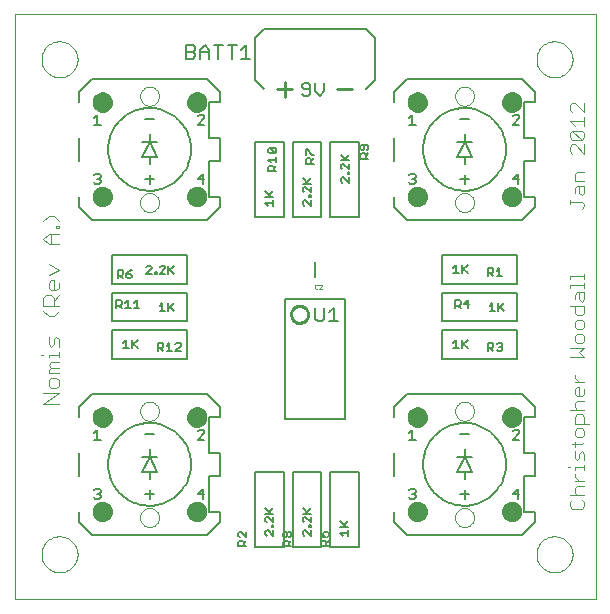
<source format=gto>
G75*
G70*
%OFA0B0*%
%FSLAX24Y24*%
%IPPOS*%
%LPD*%
%AMOC8*
5,1,8,0,0,1.08239X$1,22.5*
%
%ADD10C,0.0000*%
%ADD11C,0.0040*%
%ADD12C,0.0080*%
%ADD13C,0.0100*%
%ADD14C,0.0050*%
%ADD15C,0.0010*%
%ADD16C,0.0354*%
%ADD17C,0.0060*%
D10*
X000100Y000100D02*
X000100Y019596D01*
X019470Y019596D01*
X019470Y000100D01*
X000100Y000100D01*
X001000Y001600D02*
X001002Y001649D01*
X001008Y001697D01*
X001018Y001745D01*
X001032Y001792D01*
X001049Y001838D01*
X001070Y001882D01*
X001095Y001924D01*
X001123Y001964D01*
X001155Y002002D01*
X001189Y002037D01*
X001226Y002069D01*
X001265Y002098D01*
X001307Y002124D01*
X001351Y002146D01*
X001396Y002164D01*
X001443Y002179D01*
X001490Y002190D01*
X001539Y002197D01*
X001588Y002200D01*
X001637Y002199D01*
X001685Y002194D01*
X001734Y002185D01*
X001781Y002172D01*
X001827Y002155D01*
X001871Y002135D01*
X001914Y002111D01*
X001955Y002084D01*
X001993Y002053D01*
X002029Y002020D01*
X002061Y001984D01*
X002091Y001945D01*
X002118Y001904D01*
X002141Y001860D01*
X002160Y001815D01*
X002176Y001769D01*
X002188Y001722D01*
X002196Y001673D01*
X002200Y001624D01*
X002200Y001576D01*
X002196Y001527D01*
X002188Y001478D01*
X002176Y001431D01*
X002160Y001385D01*
X002141Y001340D01*
X002118Y001296D01*
X002091Y001255D01*
X002061Y001216D01*
X002029Y001180D01*
X001993Y001147D01*
X001955Y001116D01*
X001914Y001089D01*
X001871Y001065D01*
X001827Y001045D01*
X001781Y001028D01*
X001734Y001015D01*
X001685Y001006D01*
X001637Y001001D01*
X001588Y001000D01*
X001539Y001003D01*
X001490Y001010D01*
X001443Y001021D01*
X001396Y001036D01*
X001351Y001054D01*
X001307Y001076D01*
X001265Y001102D01*
X001226Y001131D01*
X001189Y001163D01*
X001155Y001198D01*
X001123Y001236D01*
X001095Y001276D01*
X001070Y001318D01*
X001049Y001362D01*
X001032Y001408D01*
X001018Y001455D01*
X001008Y001503D01*
X001002Y001551D01*
X001000Y001600D01*
X004285Y002828D02*
X004287Y002863D01*
X004293Y002898D01*
X004303Y002932D01*
X004316Y002965D01*
X004333Y002996D01*
X004354Y003024D01*
X004377Y003051D01*
X004404Y003074D01*
X004432Y003095D01*
X004463Y003112D01*
X004496Y003125D01*
X004530Y003135D01*
X004565Y003141D01*
X004600Y003143D01*
X004635Y003141D01*
X004670Y003135D01*
X004704Y003125D01*
X004737Y003112D01*
X004768Y003095D01*
X004796Y003074D01*
X004823Y003051D01*
X004846Y003024D01*
X004867Y002996D01*
X004884Y002965D01*
X004897Y002932D01*
X004907Y002898D01*
X004913Y002863D01*
X004915Y002828D01*
X004913Y002793D01*
X004907Y002758D01*
X004897Y002724D01*
X004884Y002691D01*
X004867Y002660D01*
X004846Y002632D01*
X004823Y002605D01*
X004796Y002582D01*
X004768Y002561D01*
X004737Y002544D01*
X004704Y002531D01*
X004670Y002521D01*
X004635Y002515D01*
X004600Y002513D01*
X004565Y002515D01*
X004530Y002521D01*
X004496Y002531D01*
X004463Y002544D01*
X004432Y002561D01*
X004404Y002582D01*
X004377Y002605D01*
X004354Y002632D01*
X004333Y002660D01*
X004316Y002691D01*
X004303Y002724D01*
X004293Y002758D01*
X004287Y002793D01*
X004285Y002828D01*
X004285Y006372D02*
X004287Y006407D01*
X004293Y006442D01*
X004303Y006476D01*
X004316Y006509D01*
X004333Y006540D01*
X004354Y006568D01*
X004377Y006595D01*
X004404Y006618D01*
X004432Y006639D01*
X004463Y006656D01*
X004496Y006669D01*
X004530Y006679D01*
X004565Y006685D01*
X004600Y006687D01*
X004635Y006685D01*
X004670Y006679D01*
X004704Y006669D01*
X004737Y006656D01*
X004768Y006639D01*
X004796Y006618D01*
X004823Y006595D01*
X004846Y006568D01*
X004867Y006540D01*
X004884Y006509D01*
X004897Y006476D01*
X004907Y006442D01*
X004913Y006407D01*
X004915Y006372D01*
X004913Y006337D01*
X004907Y006302D01*
X004897Y006268D01*
X004884Y006235D01*
X004867Y006204D01*
X004846Y006176D01*
X004823Y006149D01*
X004796Y006126D01*
X004768Y006105D01*
X004737Y006088D01*
X004704Y006075D01*
X004670Y006065D01*
X004635Y006059D01*
X004600Y006057D01*
X004565Y006059D01*
X004530Y006065D01*
X004496Y006075D01*
X004463Y006088D01*
X004432Y006105D01*
X004404Y006126D01*
X004377Y006149D01*
X004354Y006176D01*
X004333Y006204D01*
X004316Y006235D01*
X004303Y006268D01*
X004293Y006302D01*
X004287Y006337D01*
X004285Y006372D01*
X004285Y013328D02*
X004287Y013363D01*
X004293Y013398D01*
X004303Y013432D01*
X004316Y013465D01*
X004333Y013496D01*
X004354Y013524D01*
X004377Y013551D01*
X004404Y013574D01*
X004432Y013595D01*
X004463Y013612D01*
X004496Y013625D01*
X004530Y013635D01*
X004565Y013641D01*
X004600Y013643D01*
X004635Y013641D01*
X004670Y013635D01*
X004704Y013625D01*
X004737Y013612D01*
X004768Y013595D01*
X004796Y013574D01*
X004823Y013551D01*
X004846Y013524D01*
X004867Y013496D01*
X004884Y013465D01*
X004897Y013432D01*
X004907Y013398D01*
X004913Y013363D01*
X004915Y013328D01*
X004913Y013293D01*
X004907Y013258D01*
X004897Y013224D01*
X004884Y013191D01*
X004867Y013160D01*
X004846Y013132D01*
X004823Y013105D01*
X004796Y013082D01*
X004768Y013061D01*
X004737Y013044D01*
X004704Y013031D01*
X004670Y013021D01*
X004635Y013015D01*
X004600Y013013D01*
X004565Y013015D01*
X004530Y013021D01*
X004496Y013031D01*
X004463Y013044D01*
X004432Y013061D01*
X004404Y013082D01*
X004377Y013105D01*
X004354Y013132D01*
X004333Y013160D01*
X004316Y013191D01*
X004303Y013224D01*
X004293Y013258D01*
X004287Y013293D01*
X004285Y013328D01*
X004285Y016872D02*
X004287Y016907D01*
X004293Y016942D01*
X004303Y016976D01*
X004316Y017009D01*
X004333Y017040D01*
X004354Y017068D01*
X004377Y017095D01*
X004404Y017118D01*
X004432Y017139D01*
X004463Y017156D01*
X004496Y017169D01*
X004530Y017179D01*
X004565Y017185D01*
X004600Y017187D01*
X004635Y017185D01*
X004670Y017179D01*
X004704Y017169D01*
X004737Y017156D01*
X004768Y017139D01*
X004796Y017118D01*
X004823Y017095D01*
X004846Y017068D01*
X004867Y017040D01*
X004884Y017009D01*
X004897Y016976D01*
X004907Y016942D01*
X004913Y016907D01*
X004915Y016872D01*
X004913Y016837D01*
X004907Y016802D01*
X004897Y016768D01*
X004884Y016735D01*
X004867Y016704D01*
X004846Y016676D01*
X004823Y016649D01*
X004796Y016626D01*
X004768Y016605D01*
X004737Y016588D01*
X004704Y016575D01*
X004670Y016565D01*
X004635Y016559D01*
X004600Y016557D01*
X004565Y016559D01*
X004530Y016565D01*
X004496Y016575D01*
X004463Y016588D01*
X004432Y016605D01*
X004404Y016626D01*
X004377Y016649D01*
X004354Y016676D01*
X004333Y016704D01*
X004316Y016735D01*
X004303Y016768D01*
X004293Y016802D01*
X004287Y016837D01*
X004285Y016872D01*
X001000Y018100D02*
X001002Y018149D01*
X001008Y018197D01*
X001018Y018245D01*
X001032Y018292D01*
X001049Y018338D01*
X001070Y018382D01*
X001095Y018424D01*
X001123Y018464D01*
X001155Y018502D01*
X001189Y018537D01*
X001226Y018569D01*
X001265Y018598D01*
X001307Y018624D01*
X001351Y018646D01*
X001396Y018664D01*
X001443Y018679D01*
X001490Y018690D01*
X001539Y018697D01*
X001588Y018700D01*
X001637Y018699D01*
X001685Y018694D01*
X001734Y018685D01*
X001781Y018672D01*
X001827Y018655D01*
X001871Y018635D01*
X001914Y018611D01*
X001955Y018584D01*
X001993Y018553D01*
X002029Y018520D01*
X002061Y018484D01*
X002091Y018445D01*
X002118Y018404D01*
X002141Y018360D01*
X002160Y018315D01*
X002176Y018269D01*
X002188Y018222D01*
X002196Y018173D01*
X002200Y018124D01*
X002200Y018076D01*
X002196Y018027D01*
X002188Y017978D01*
X002176Y017931D01*
X002160Y017885D01*
X002141Y017840D01*
X002118Y017796D01*
X002091Y017755D01*
X002061Y017716D01*
X002029Y017680D01*
X001993Y017647D01*
X001955Y017616D01*
X001914Y017589D01*
X001871Y017565D01*
X001827Y017545D01*
X001781Y017528D01*
X001734Y017515D01*
X001685Y017506D01*
X001637Y017501D01*
X001588Y017500D01*
X001539Y017503D01*
X001490Y017510D01*
X001443Y017521D01*
X001396Y017536D01*
X001351Y017554D01*
X001307Y017576D01*
X001265Y017602D01*
X001226Y017631D01*
X001189Y017663D01*
X001155Y017698D01*
X001123Y017736D01*
X001095Y017776D01*
X001070Y017818D01*
X001049Y017862D01*
X001032Y017908D01*
X001018Y017955D01*
X001008Y018003D01*
X001002Y018051D01*
X001000Y018100D01*
X014785Y016872D02*
X014787Y016907D01*
X014793Y016942D01*
X014803Y016976D01*
X014816Y017009D01*
X014833Y017040D01*
X014854Y017068D01*
X014877Y017095D01*
X014904Y017118D01*
X014932Y017139D01*
X014963Y017156D01*
X014996Y017169D01*
X015030Y017179D01*
X015065Y017185D01*
X015100Y017187D01*
X015135Y017185D01*
X015170Y017179D01*
X015204Y017169D01*
X015237Y017156D01*
X015268Y017139D01*
X015296Y017118D01*
X015323Y017095D01*
X015346Y017068D01*
X015367Y017040D01*
X015384Y017009D01*
X015397Y016976D01*
X015407Y016942D01*
X015413Y016907D01*
X015415Y016872D01*
X015413Y016837D01*
X015407Y016802D01*
X015397Y016768D01*
X015384Y016735D01*
X015367Y016704D01*
X015346Y016676D01*
X015323Y016649D01*
X015296Y016626D01*
X015268Y016605D01*
X015237Y016588D01*
X015204Y016575D01*
X015170Y016565D01*
X015135Y016559D01*
X015100Y016557D01*
X015065Y016559D01*
X015030Y016565D01*
X014996Y016575D01*
X014963Y016588D01*
X014932Y016605D01*
X014904Y016626D01*
X014877Y016649D01*
X014854Y016676D01*
X014833Y016704D01*
X014816Y016735D01*
X014803Y016768D01*
X014793Y016802D01*
X014787Y016837D01*
X014785Y016872D01*
X017500Y018100D02*
X017502Y018149D01*
X017508Y018197D01*
X017518Y018245D01*
X017532Y018292D01*
X017549Y018338D01*
X017570Y018382D01*
X017595Y018424D01*
X017623Y018464D01*
X017655Y018502D01*
X017689Y018537D01*
X017726Y018569D01*
X017765Y018598D01*
X017807Y018624D01*
X017851Y018646D01*
X017896Y018664D01*
X017943Y018679D01*
X017990Y018690D01*
X018039Y018697D01*
X018088Y018700D01*
X018137Y018699D01*
X018185Y018694D01*
X018234Y018685D01*
X018281Y018672D01*
X018327Y018655D01*
X018371Y018635D01*
X018414Y018611D01*
X018455Y018584D01*
X018493Y018553D01*
X018529Y018520D01*
X018561Y018484D01*
X018591Y018445D01*
X018618Y018404D01*
X018641Y018360D01*
X018660Y018315D01*
X018676Y018269D01*
X018688Y018222D01*
X018696Y018173D01*
X018700Y018124D01*
X018700Y018076D01*
X018696Y018027D01*
X018688Y017978D01*
X018676Y017931D01*
X018660Y017885D01*
X018641Y017840D01*
X018618Y017796D01*
X018591Y017755D01*
X018561Y017716D01*
X018529Y017680D01*
X018493Y017647D01*
X018455Y017616D01*
X018414Y017589D01*
X018371Y017565D01*
X018327Y017545D01*
X018281Y017528D01*
X018234Y017515D01*
X018185Y017506D01*
X018137Y017501D01*
X018088Y017500D01*
X018039Y017503D01*
X017990Y017510D01*
X017943Y017521D01*
X017896Y017536D01*
X017851Y017554D01*
X017807Y017576D01*
X017765Y017602D01*
X017726Y017631D01*
X017689Y017663D01*
X017655Y017698D01*
X017623Y017736D01*
X017595Y017776D01*
X017570Y017818D01*
X017549Y017862D01*
X017532Y017908D01*
X017518Y017955D01*
X017508Y018003D01*
X017502Y018051D01*
X017500Y018100D01*
X014785Y013328D02*
X014787Y013363D01*
X014793Y013398D01*
X014803Y013432D01*
X014816Y013465D01*
X014833Y013496D01*
X014854Y013524D01*
X014877Y013551D01*
X014904Y013574D01*
X014932Y013595D01*
X014963Y013612D01*
X014996Y013625D01*
X015030Y013635D01*
X015065Y013641D01*
X015100Y013643D01*
X015135Y013641D01*
X015170Y013635D01*
X015204Y013625D01*
X015237Y013612D01*
X015268Y013595D01*
X015296Y013574D01*
X015323Y013551D01*
X015346Y013524D01*
X015367Y013496D01*
X015384Y013465D01*
X015397Y013432D01*
X015407Y013398D01*
X015413Y013363D01*
X015415Y013328D01*
X015413Y013293D01*
X015407Y013258D01*
X015397Y013224D01*
X015384Y013191D01*
X015367Y013160D01*
X015346Y013132D01*
X015323Y013105D01*
X015296Y013082D01*
X015268Y013061D01*
X015237Y013044D01*
X015204Y013031D01*
X015170Y013021D01*
X015135Y013015D01*
X015100Y013013D01*
X015065Y013015D01*
X015030Y013021D01*
X014996Y013031D01*
X014963Y013044D01*
X014932Y013061D01*
X014904Y013082D01*
X014877Y013105D01*
X014854Y013132D01*
X014833Y013160D01*
X014816Y013191D01*
X014803Y013224D01*
X014793Y013258D01*
X014787Y013293D01*
X014785Y013328D01*
X014785Y006372D02*
X014787Y006407D01*
X014793Y006442D01*
X014803Y006476D01*
X014816Y006509D01*
X014833Y006540D01*
X014854Y006568D01*
X014877Y006595D01*
X014904Y006618D01*
X014932Y006639D01*
X014963Y006656D01*
X014996Y006669D01*
X015030Y006679D01*
X015065Y006685D01*
X015100Y006687D01*
X015135Y006685D01*
X015170Y006679D01*
X015204Y006669D01*
X015237Y006656D01*
X015268Y006639D01*
X015296Y006618D01*
X015323Y006595D01*
X015346Y006568D01*
X015367Y006540D01*
X015384Y006509D01*
X015397Y006476D01*
X015407Y006442D01*
X015413Y006407D01*
X015415Y006372D01*
X015413Y006337D01*
X015407Y006302D01*
X015397Y006268D01*
X015384Y006235D01*
X015367Y006204D01*
X015346Y006176D01*
X015323Y006149D01*
X015296Y006126D01*
X015268Y006105D01*
X015237Y006088D01*
X015204Y006075D01*
X015170Y006065D01*
X015135Y006059D01*
X015100Y006057D01*
X015065Y006059D01*
X015030Y006065D01*
X014996Y006075D01*
X014963Y006088D01*
X014932Y006105D01*
X014904Y006126D01*
X014877Y006149D01*
X014854Y006176D01*
X014833Y006204D01*
X014816Y006235D01*
X014803Y006268D01*
X014793Y006302D01*
X014787Y006337D01*
X014785Y006372D01*
X014785Y002828D02*
X014787Y002863D01*
X014793Y002898D01*
X014803Y002932D01*
X014816Y002965D01*
X014833Y002996D01*
X014854Y003024D01*
X014877Y003051D01*
X014904Y003074D01*
X014932Y003095D01*
X014963Y003112D01*
X014996Y003125D01*
X015030Y003135D01*
X015065Y003141D01*
X015100Y003143D01*
X015135Y003141D01*
X015170Y003135D01*
X015204Y003125D01*
X015237Y003112D01*
X015268Y003095D01*
X015296Y003074D01*
X015323Y003051D01*
X015346Y003024D01*
X015367Y002996D01*
X015384Y002965D01*
X015397Y002932D01*
X015407Y002898D01*
X015413Y002863D01*
X015415Y002828D01*
X015413Y002793D01*
X015407Y002758D01*
X015397Y002724D01*
X015384Y002691D01*
X015367Y002660D01*
X015346Y002632D01*
X015323Y002605D01*
X015296Y002582D01*
X015268Y002561D01*
X015237Y002544D01*
X015204Y002531D01*
X015170Y002521D01*
X015135Y002515D01*
X015100Y002513D01*
X015065Y002515D01*
X015030Y002521D01*
X014996Y002531D01*
X014963Y002544D01*
X014932Y002561D01*
X014904Y002582D01*
X014877Y002605D01*
X014854Y002632D01*
X014833Y002660D01*
X014816Y002691D01*
X014803Y002724D01*
X014793Y002758D01*
X014787Y002793D01*
X014785Y002828D01*
X017500Y001600D02*
X017502Y001649D01*
X017508Y001697D01*
X017518Y001745D01*
X017532Y001792D01*
X017549Y001838D01*
X017570Y001882D01*
X017595Y001924D01*
X017623Y001964D01*
X017655Y002002D01*
X017689Y002037D01*
X017726Y002069D01*
X017765Y002098D01*
X017807Y002124D01*
X017851Y002146D01*
X017896Y002164D01*
X017943Y002179D01*
X017990Y002190D01*
X018039Y002197D01*
X018088Y002200D01*
X018137Y002199D01*
X018185Y002194D01*
X018234Y002185D01*
X018281Y002172D01*
X018327Y002155D01*
X018371Y002135D01*
X018414Y002111D01*
X018455Y002084D01*
X018493Y002053D01*
X018529Y002020D01*
X018561Y001984D01*
X018591Y001945D01*
X018618Y001904D01*
X018641Y001860D01*
X018660Y001815D01*
X018676Y001769D01*
X018688Y001722D01*
X018696Y001673D01*
X018700Y001624D01*
X018700Y001576D01*
X018696Y001527D01*
X018688Y001478D01*
X018676Y001431D01*
X018660Y001385D01*
X018641Y001340D01*
X018618Y001296D01*
X018591Y001255D01*
X018561Y001216D01*
X018529Y001180D01*
X018493Y001147D01*
X018455Y001116D01*
X018414Y001089D01*
X018371Y001065D01*
X018327Y001045D01*
X018281Y001028D01*
X018234Y001015D01*
X018185Y001006D01*
X018137Y001001D01*
X018088Y001000D01*
X018039Y001003D01*
X017990Y001010D01*
X017943Y001021D01*
X017896Y001036D01*
X017851Y001054D01*
X017807Y001076D01*
X017765Y001102D01*
X017726Y001131D01*
X017689Y001163D01*
X017655Y001198D01*
X017623Y001236D01*
X017595Y001276D01*
X017570Y001318D01*
X017549Y001362D01*
X017532Y001408D01*
X017518Y001455D01*
X017508Y001503D01*
X017502Y001551D01*
X017500Y001600D01*
D11*
X018696Y003120D02*
X019003Y003120D01*
X019080Y003197D01*
X019080Y003350D01*
X019003Y003427D01*
X019080Y003580D02*
X018620Y003580D01*
X018696Y003427D02*
X018620Y003350D01*
X018620Y003197D01*
X018696Y003120D01*
X018850Y003580D02*
X018773Y003657D01*
X018773Y003811D01*
X018850Y003887D01*
X019080Y003887D01*
X019080Y004041D02*
X018773Y004041D01*
X018773Y004194D02*
X018773Y004271D01*
X018773Y004194D02*
X018927Y004041D01*
X019080Y004424D02*
X019080Y004578D01*
X019080Y004501D02*
X018773Y004501D01*
X018773Y004424D01*
X018620Y004501D02*
X018543Y004501D01*
X018850Y004731D02*
X018773Y004808D01*
X018773Y005038D01*
X018773Y005192D02*
X018773Y005345D01*
X018696Y005268D02*
X019003Y005268D01*
X019080Y005345D01*
X019003Y005499D02*
X019080Y005575D01*
X019080Y005729D01*
X019003Y005806D01*
X018850Y005806D01*
X018773Y005729D01*
X018773Y005575D01*
X018850Y005499D01*
X019003Y005499D01*
X019003Y005038D02*
X018927Y004962D01*
X018927Y004808D01*
X018850Y004731D01*
X019080Y004731D02*
X019080Y004962D01*
X019003Y005038D01*
X019080Y005959D02*
X019080Y006189D01*
X019003Y006266D01*
X018850Y006266D01*
X018773Y006189D01*
X018773Y005959D01*
X019233Y005959D01*
X019080Y006419D02*
X018620Y006419D01*
X018773Y006496D02*
X018773Y006650D01*
X018850Y006726D01*
X019080Y006726D01*
X019003Y006880D02*
X018850Y006880D01*
X018773Y006957D01*
X018773Y007110D01*
X018850Y007187D01*
X018927Y007187D01*
X018927Y006880D01*
X019003Y006880D02*
X019080Y006957D01*
X019080Y007110D01*
X019080Y007340D02*
X018773Y007340D01*
X018927Y007340D02*
X018773Y007494D01*
X018773Y007570D01*
X018620Y008184D02*
X019080Y008184D01*
X018927Y008338D01*
X019080Y008491D01*
X018620Y008491D01*
X018773Y008721D02*
X018850Y008645D01*
X019003Y008645D01*
X019080Y008721D01*
X019080Y008875D01*
X019003Y008952D01*
X018850Y008952D01*
X018773Y008875D01*
X018773Y008721D01*
X018850Y009105D02*
X018773Y009182D01*
X018773Y009335D01*
X018850Y009412D01*
X019003Y009412D01*
X019080Y009335D01*
X019080Y009182D01*
X019003Y009105D01*
X018850Y009105D01*
X018850Y009565D02*
X018773Y009642D01*
X018773Y009872D01*
X018620Y009872D02*
X019080Y009872D01*
X019080Y009642D01*
X019003Y009565D01*
X018850Y009565D01*
X019003Y010026D02*
X018927Y010103D01*
X018927Y010333D01*
X018850Y010333D02*
X019080Y010333D01*
X019080Y010103D01*
X019003Y010026D01*
X018773Y010103D02*
X018773Y010256D01*
X018850Y010333D01*
X019080Y010486D02*
X019080Y010640D01*
X019080Y010563D02*
X018620Y010563D01*
X018620Y010486D01*
X018620Y010793D02*
X018620Y010870D01*
X019080Y010870D01*
X019080Y010793D02*
X019080Y010947D01*
X019003Y013120D02*
X019080Y013197D01*
X019080Y013273D01*
X019003Y013350D01*
X018620Y013350D01*
X018620Y013273D02*
X018620Y013427D01*
X018773Y013657D02*
X018773Y013811D01*
X018850Y013887D01*
X019080Y013887D01*
X019080Y013657D01*
X019003Y013580D01*
X018927Y013657D01*
X018927Y013887D01*
X019080Y014041D02*
X018773Y014041D01*
X018773Y014271D01*
X018850Y014348D01*
X019080Y014348D01*
X019080Y014962D02*
X018773Y015268D01*
X018696Y015268D01*
X018620Y015192D01*
X018620Y015038D01*
X018696Y014962D01*
X019080Y014962D02*
X019080Y015268D01*
X019003Y015422D02*
X018696Y015729D01*
X019003Y015729D01*
X019080Y015652D01*
X019080Y015499D01*
X019003Y015422D01*
X018696Y015422D01*
X018620Y015499D01*
X018620Y015652D01*
X018696Y015729D01*
X018773Y015882D02*
X018620Y016036D01*
X019080Y016036D01*
X019080Y016189D02*
X019080Y015882D01*
X019080Y016343D02*
X018773Y016650D01*
X018696Y016650D01*
X018620Y016573D01*
X018620Y016419D01*
X018696Y016343D01*
X019080Y016343D02*
X019080Y016650D01*
X018773Y006496D02*
X018850Y006419D01*
X001580Y006620D02*
X001060Y006620D01*
X001580Y006967D01*
X001060Y006967D01*
X001233Y007222D02*
X001320Y007136D01*
X001493Y007136D01*
X001580Y007222D01*
X001580Y007396D01*
X001493Y007483D01*
X001320Y007483D01*
X001233Y007396D01*
X001233Y007222D01*
X001233Y007651D02*
X001233Y007738D01*
X001320Y007825D01*
X001233Y007912D01*
X001320Y007998D01*
X001580Y007998D01*
X001580Y008167D02*
X001580Y008340D01*
X001580Y008254D02*
X001233Y008254D01*
X001233Y008167D01*
X001060Y008254D02*
X000973Y008254D01*
X001233Y008597D02*
X001233Y008858D01*
X001407Y008771D02*
X001407Y008597D01*
X001320Y008511D01*
X001233Y008597D01*
X001407Y008771D02*
X001493Y008858D01*
X001580Y008771D01*
X001580Y008511D01*
X001580Y007825D02*
X001320Y007825D01*
X001233Y007651D02*
X001580Y007651D01*
X001407Y009542D02*
X001233Y009542D01*
X001060Y009715D01*
X001060Y009886D02*
X001060Y010146D01*
X001146Y010233D01*
X001320Y010233D01*
X001407Y010146D01*
X001407Y009886D01*
X001580Y009886D02*
X001060Y009886D01*
X001407Y010059D02*
X001580Y010233D01*
X001493Y010401D02*
X001320Y010401D01*
X001233Y010488D01*
X001233Y010662D01*
X001320Y010748D01*
X001407Y010748D01*
X001407Y010401D01*
X001493Y010401D02*
X001580Y010488D01*
X001580Y010662D01*
X001580Y011090D02*
X001233Y011264D01*
X001233Y010917D02*
X001580Y011090D01*
X001580Y011948D02*
X001233Y011948D01*
X001060Y012122D01*
X001233Y012295D01*
X001580Y012295D01*
X001580Y012464D02*
X001493Y012464D01*
X001493Y012551D01*
X001580Y012551D01*
X001580Y012464D01*
X001580Y012722D02*
X001407Y012895D01*
X001233Y012895D01*
X001060Y012722D01*
X001320Y012295D02*
X001320Y011948D01*
X001580Y009715D02*
X001407Y009542D01*
D12*
X003360Y009378D02*
X003360Y010322D01*
X005840Y010322D01*
X005840Y009378D01*
X003360Y009378D01*
X003360Y009072D02*
X005840Y009072D01*
X005840Y008128D01*
X003360Y008128D01*
X003360Y009072D01*
X003360Y010628D02*
X003360Y011572D01*
X005840Y011572D01*
X005840Y010628D01*
X003360Y010628D01*
X002691Y012738D02*
X002238Y013191D01*
X002238Y013525D01*
X002691Y012738D02*
X006509Y012738D01*
X006962Y013191D01*
X006962Y013525D01*
X006569Y013525D01*
X006569Y014706D01*
X006962Y014706D01*
X006962Y015494D01*
X006569Y015494D01*
X006569Y016675D01*
X006962Y016675D01*
X006962Y017009D01*
X006509Y017462D01*
X002691Y017462D01*
X002238Y017009D01*
X002238Y016675D01*
X002238Y015494D02*
X002238Y014706D01*
X004465Y014100D02*
X004745Y014100D01*
X004605Y014240D02*
X004605Y013960D01*
X003222Y015100D02*
X003224Y015174D01*
X003230Y015248D01*
X003240Y015321D01*
X003254Y015394D01*
X003271Y015466D01*
X003293Y015536D01*
X003318Y015606D01*
X003347Y015674D01*
X003380Y015740D01*
X003416Y015805D01*
X003456Y015867D01*
X003498Y015928D01*
X003544Y015986D01*
X003593Y016041D01*
X003645Y016094D01*
X003700Y016144D01*
X003757Y016190D01*
X003817Y016234D01*
X003879Y016274D01*
X003943Y016311D01*
X004009Y016345D01*
X004077Y016375D01*
X004146Y016401D01*
X004217Y016424D01*
X004288Y016442D01*
X004361Y016457D01*
X004434Y016468D01*
X004508Y016475D01*
X004582Y016478D01*
X004655Y016477D01*
X004729Y016472D01*
X004803Y016463D01*
X004876Y016450D01*
X004948Y016433D01*
X005019Y016413D01*
X005089Y016388D01*
X005157Y016360D01*
X005224Y016329D01*
X005289Y016293D01*
X005352Y016255D01*
X005413Y016213D01*
X005472Y016167D01*
X005528Y016119D01*
X005581Y016068D01*
X005631Y016014D01*
X005679Y015957D01*
X005723Y015898D01*
X005765Y015836D01*
X005803Y015773D01*
X005837Y015707D01*
X005868Y015640D01*
X005895Y015571D01*
X005918Y015501D01*
X005938Y015430D01*
X005954Y015357D01*
X005966Y015284D01*
X005974Y015211D01*
X005978Y015137D01*
X005978Y015063D01*
X005974Y014989D01*
X005966Y014916D01*
X005954Y014843D01*
X005938Y014770D01*
X005918Y014699D01*
X005895Y014629D01*
X005868Y014560D01*
X005837Y014493D01*
X005803Y014427D01*
X005765Y014364D01*
X005723Y014302D01*
X005679Y014243D01*
X005631Y014186D01*
X005581Y014132D01*
X005528Y014081D01*
X005472Y014033D01*
X005413Y013987D01*
X005352Y013945D01*
X005289Y013907D01*
X005224Y013871D01*
X005157Y013840D01*
X005089Y013812D01*
X005019Y013787D01*
X004948Y013767D01*
X004876Y013750D01*
X004803Y013737D01*
X004729Y013728D01*
X004655Y013723D01*
X004582Y013722D01*
X004508Y013725D01*
X004434Y013732D01*
X004361Y013743D01*
X004288Y013758D01*
X004217Y013776D01*
X004146Y013799D01*
X004077Y013825D01*
X004009Y013855D01*
X003943Y013889D01*
X003879Y013926D01*
X003817Y013966D01*
X003757Y014010D01*
X003700Y014056D01*
X003645Y014106D01*
X003593Y014159D01*
X003544Y014214D01*
X003498Y014272D01*
X003456Y014333D01*
X003416Y014395D01*
X003380Y014460D01*
X003347Y014526D01*
X003318Y014594D01*
X003293Y014664D01*
X003271Y014734D01*
X003254Y014806D01*
X003240Y014879D01*
X003230Y014952D01*
X003224Y015026D01*
X003222Y015100D01*
X004465Y016100D02*
X004745Y016100D01*
X008128Y015340D02*
X008128Y012860D01*
X009072Y012860D01*
X009072Y015340D01*
X008128Y015340D01*
X009378Y015340D02*
X010322Y015340D01*
X010322Y012860D01*
X009378Y012860D01*
X009378Y015340D01*
X010628Y015340D02*
X010628Y012860D01*
X011572Y012860D01*
X011572Y015340D01*
X010628Y015340D01*
X010270Y016890D02*
X010410Y017030D01*
X010410Y017310D01*
X010130Y017310D02*
X010130Y017030D01*
X010270Y016890D01*
X009949Y016960D02*
X009949Y017240D01*
X009879Y017310D01*
X009739Y017310D01*
X009669Y017240D01*
X009669Y017170D01*
X009739Y017100D01*
X009949Y017100D01*
X009949Y016960D02*
X009879Y016890D01*
X009739Y016890D01*
X009669Y016960D01*
X012738Y017009D02*
X012738Y016675D01*
X012738Y017009D02*
X013191Y017462D01*
X017009Y017462D01*
X017462Y017009D01*
X017462Y016675D01*
X017069Y016675D01*
X017069Y015494D01*
X017462Y015494D01*
X017462Y014706D01*
X017069Y014706D01*
X017069Y013525D01*
X017462Y013525D01*
X017462Y013191D01*
X017009Y012738D01*
X013191Y012738D01*
X012738Y013191D01*
X012738Y013525D01*
X012738Y014706D02*
X012738Y015494D01*
X014965Y016100D02*
X015245Y016100D01*
X013722Y015100D02*
X013724Y015174D01*
X013730Y015248D01*
X013740Y015321D01*
X013754Y015394D01*
X013771Y015466D01*
X013793Y015536D01*
X013818Y015606D01*
X013847Y015674D01*
X013880Y015740D01*
X013916Y015805D01*
X013956Y015867D01*
X013998Y015928D01*
X014044Y015986D01*
X014093Y016041D01*
X014145Y016094D01*
X014200Y016144D01*
X014257Y016190D01*
X014317Y016234D01*
X014379Y016274D01*
X014443Y016311D01*
X014509Y016345D01*
X014577Y016375D01*
X014646Y016401D01*
X014717Y016424D01*
X014788Y016442D01*
X014861Y016457D01*
X014934Y016468D01*
X015008Y016475D01*
X015082Y016478D01*
X015155Y016477D01*
X015229Y016472D01*
X015303Y016463D01*
X015376Y016450D01*
X015448Y016433D01*
X015519Y016413D01*
X015589Y016388D01*
X015657Y016360D01*
X015724Y016329D01*
X015789Y016293D01*
X015852Y016255D01*
X015913Y016213D01*
X015972Y016167D01*
X016028Y016119D01*
X016081Y016068D01*
X016131Y016014D01*
X016179Y015957D01*
X016223Y015898D01*
X016265Y015836D01*
X016303Y015773D01*
X016337Y015707D01*
X016368Y015640D01*
X016395Y015571D01*
X016418Y015501D01*
X016438Y015430D01*
X016454Y015357D01*
X016466Y015284D01*
X016474Y015211D01*
X016478Y015137D01*
X016478Y015063D01*
X016474Y014989D01*
X016466Y014916D01*
X016454Y014843D01*
X016438Y014770D01*
X016418Y014699D01*
X016395Y014629D01*
X016368Y014560D01*
X016337Y014493D01*
X016303Y014427D01*
X016265Y014364D01*
X016223Y014302D01*
X016179Y014243D01*
X016131Y014186D01*
X016081Y014132D01*
X016028Y014081D01*
X015972Y014033D01*
X015913Y013987D01*
X015852Y013945D01*
X015789Y013907D01*
X015724Y013871D01*
X015657Y013840D01*
X015589Y013812D01*
X015519Y013787D01*
X015448Y013767D01*
X015376Y013750D01*
X015303Y013737D01*
X015229Y013728D01*
X015155Y013723D01*
X015082Y013722D01*
X015008Y013725D01*
X014934Y013732D01*
X014861Y013743D01*
X014788Y013758D01*
X014717Y013776D01*
X014646Y013799D01*
X014577Y013825D01*
X014509Y013855D01*
X014443Y013889D01*
X014379Y013926D01*
X014317Y013966D01*
X014257Y014010D01*
X014200Y014056D01*
X014145Y014106D01*
X014093Y014159D01*
X014044Y014214D01*
X013998Y014272D01*
X013956Y014333D01*
X013916Y014395D01*
X013880Y014460D01*
X013847Y014526D01*
X013818Y014594D01*
X013793Y014664D01*
X013771Y014734D01*
X013754Y014806D01*
X013740Y014879D01*
X013730Y014952D01*
X013724Y015026D01*
X013722Y015100D01*
X014965Y014100D02*
X015245Y014100D01*
X015105Y014240D02*
X015105Y013960D01*
X014360Y011572D02*
X016840Y011572D01*
X016840Y010628D01*
X014360Y010628D01*
X014360Y011572D01*
X014360Y010322D02*
X016840Y010322D01*
X016840Y009378D01*
X014360Y009378D01*
X014360Y010322D01*
X014360Y009072D02*
X016840Y009072D01*
X016840Y008128D01*
X014360Y008128D01*
X014360Y009072D01*
X013191Y006962D02*
X012738Y006509D01*
X012738Y006175D01*
X013191Y006962D02*
X017009Y006962D01*
X017462Y006509D01*
X017462Y006175D01*
X017069Y006175D01*
X017069Y004994D01*
X017462Y004994D01*
X017462Y004206D01*
X017069Y004206D01*
X017069Y003025D01*
X017462Y003025D01*
X017462Y002691D01*
X017009Y002238D01*
X013191Y002238D01*
X012738Y002691D01*
X012738Y003025D01*
X012738Y004206D02*
X012738Y004994D01*
X011572Y004340D02*
X011572Y001860D01*
X010628Y001860D01*
X010628Y004340D01*
X011572Y004340D01*
X010322Y004340D02*
X010322Y001860D01*
X009378Y001860D01*
X009378Y004340D01*
X010322Y004340D01*
X009072Y004340D02*
X009072Y001860D01*
X008128Y001860D01*
X008128Y004340D01*
X009072Y004340D01*
X009100Y006100D02*
X009100Y010100D01*
X009500Y010100D01*
X009700Y010100D01*
X009500Y010100D02*
X011100Y010100D01*
X011100Y006100D01*
X009100Y006100D01*
X006962Y006175D02*
X006569Y006175D01*
X006569Y004994D01*
X006962Y004994D01*
X006962Y004206D01*
X006569Y004206D01*
X006569Y003025D01*
X006962Y003025D01*
X006962Y002691D01*
X006509Y002238D01*
X002691Y002238D01*
X002238Y002691D01*
X002238Y003025D01*
X002238Y004206D02*
X002238Y004994D01*
X002238Y006175D02*
X002238Y006509D01*
X002691Y006962D01*
X006509Y006962D01*
X006962Y006509D01*
X006962Y006175D01*
X004745Y005600D02*
X004465Y005600D01*
X003222Y004600D02*
X003224Y004674D01*
X003230Y004748D01*
X003240Y004821D01*
X003254Y004894D01*
X003271Y004966D01*
X003293Y005036D01*
X003318Y005106D01*
X003347Y005174D01*
X003380Y005240D01*
X003416Y005305D01*
X003456Y005367D01*
X003498Y005428D01*
X003544Y005486D01*
X003593Y005541D01*
X003645Y005594D01*
X003700Y005644D01*
X003757Y005690D01*
X003817Y005734D01*
X003879Y005774D01*
X003943Y005811D01*
X004009Y005845D01*
X004077Y005875D01*
X004146Y005901D01*
X004217Y005924D01*
X004288Y005942D01*
X004361Y005957D01*
X004434Y005968D01*
X004508Y005975D01*
X004582Y005978D01*
X004655Y005977D01*
X004729Y005972D01*
X004803Y005963D01*
X004876Y005950D01*
X004948Y005933D01*
X005019Y005913D01*
X005089Y005888D01*
X005157Y005860D01*
X005224Y005829D01*
X005289Y005793D01*
X005352Y005755D01*
X005413Y005713D01*
X005472Y005667D01*
X005528Y005619D01*
X005581Y005568D01*
X005631Y005514D01*
X005679Y005457D01*
X005723Y005398D01*
X005765Y005336D01*
X005803Y005273D01*
X005837Y005207D01*
X005868Y005140D01*
X005895Y005071D01*
X005918Y005001D01*
X005938Y004930D01*
X005954Y004857D01*
X005966Y004784D01*
X005974Y004711D01*
X005978Y004637D01*
X005978Y004563D01*
X005974Y004489D01*
X005966Y004416D01*
X005954Y004343D01*
X005938Y004270D01*
X005918Y004199D01*
X005895Y004129D01*
X005868Y004060D01*
X005837Y003993D01*
X005803Y003927D01*
X005765Y003864D01*
X005723Y003802D01*
X005679Y003743D01*
X005631Y003686D01*
X005581Y003632D01*
X005528Y003581D01*
X005472Y003533D01*
X005413Y003487D01*
X005352Y003445D01*
X005289Y003407D01*
X005224Y003371D01*
X005157Y003340D01*
X005089Y003312D01*
X005019Y003287D01*
X004948Y003267D01*
X004876Y003250D01*
X004803Y003237D01*
X004729Y003228D01*
X004655Y003223D01*
X004582Y003222D01*
X004508Y003225D01*
X004434Y003232D01*
X004361Y003243D01*
X004288Y003258D01*
X004217Y003276D01*
X004146Y003299D01*
X004077Y003325D01*
X004009Y003355D01*
X003943Y003389D01*
X003879Y003426D01*
X003817Y003466D01*
X003757Y003510D01*
X003700Y003556D01*
X003645Y003606D01*
X003593Y003659D01*
X003544Y003714D01*
X003498Y003772D01*
X003456Y003833D01*
X003416Y003895D01*
X003380Y003960D01*
X003347Y004026D01*
X003318Y004094D01*
X003293Y004164D01*
X003271Y004234D01*
X003254Y004306D01*
X003240Y004379D01*
X003230Y004452D01*
X003224Y004526D01*
X003222Y004600D01*
X004465Y003600D02*
X004745Y003600D01*
X004605Y003740D02*
X004605Y003460D01*
X010100Y010850D02*
X010100Y011350D01*
X014965Y005600D02*
X015245Y005600D01*
X013722Y004600D02*
X013724Y004674D01*
X013730Y004748D01*
X013740Y004821D01*
X013754Y004894D01*
X013771Y004966D01*
X013793Y005036D01*
X013818Y005106D01*
X013847Y005174D01*
X013880Y005240D01*
X013916Y005305D01*
X013956Y005367D01*
X013998Y005428D01*
X014044Y005486D01*
X014093Y005541D01*
X014145Y005594D01*
X014200Y005644D01*
X014257Y005690D01*
X014317Y005734D01*
X014379Y005774D01*
X014443Y005811D01*
X014509Y005845D01*
X014577Y005875D01*
X014646Y005901D01*
X014717Y005924D01*
X014788Y005942D01*
X014861Y005957D01*
X014934Y005968D01*
X015008Y005975D01*
X015082Y005978D01*
X015155Y005977D01*
X015229Y005972D01*
X015303Y005963D01*
X015376Y005950D01*
X015448Y005933D01*
X015519Y005913D01*
X015589Y005888D01*
X015657Y005860D01*
X015724Y005829D01*
X015789Y005793D01*
X015852Y005755D01*
X015913Y005713D01*
X015972Y005667D01*
X016028Y005619D01*
X016081Y005568D01*
X016131Y005514D01*
X016179Y005457D01*
X016223Y005398D01*
X016265Y005336D01*
X016303Y005273D01*
X016337Y005207D01*
X016368Y005140D01*
X016395Y005071D01*
X016418Y005001D01*
X016438Y004930D01*
X016454Y004857D01*
X016466Y004784D01*
X016474Y004711D01*
X016478Y004637D01*
X016478Y004563D01*
X016474Y004489D01*
X016466Y004416D01*
X016454Y004343D01*
X016438Y004270D01*
X016418Y004199D01*
X016395Y004129D01*
X016368Y004060D01*
X016337Y003993D01*
X016303Y003927D01*
X016265Y003864D01*
X016223Y003802D01*
X016179Y003743D01*
X016131Y003686D01*
X016081Y003632D01*
X016028Y003581D01*
X015972Y003533D01*
X015913Y003487D01*
X015852Y003445D01*
X015789Y003407D01*
X015724Y003371D01*
X015657Y003340D01*
X015589Y003312D01*
X015519Y003287D01*
X015448Y003267D01*
X015376Y003250D01*
X015303Y003237D01*
X015229Y003228D01*
X015155Y003223D01*
X015082Y003222D01*
X015008Y003225D01*
X014934Y003232D01*
X014861Y003243D01*
X014788Y003258D01*
X014717Y003276D01*
X014646Y003299D01*
X014577Y003325D01*
X014509Y003355D01*
X014443Y003389D01*
X014379Y003426D01*
X014317Y003466D01*
X014257Y003510D01*
X014200Y003556D01*
X014145Y003606D01*
X014093Y003659D01*
X014044Y003714D01*
X013998Y003772D01*
X013956Y003833D01*
X013916Y003895D01*
X013880Y003960D01*
X013847Y004026D01*
X013818Y004094D01*
X013793Y004164D01*
X013771Y004234D01*
X013754Y004306D01*
X013740Y004379D01*
X013730Y004452D01*
X013724Y004526D01*
X013722Y004600D01*
X014965Y003600D02*
X015245Y003600D01*
X015105Y003740D02*
X015105Y003460D01*
D13*
X009317Y009600D02*
X009319Y009633D01*
X009325Y009666D01*
X009335Y009699D01*
X009348Y009729D01*
X009365Y009758D01*
X009386Y009785D01*
X009409Y009809D01*
X009435Y009830D01*
X009463Y009848D01*
X009494Y009862D01*
X009525Y009873D01*
X009558Y009880D01*
X009592Y009883D01*
X009625Y009882D01*
X009658Y009877D01*
X009691Y009868D01*
X009722Y009855D01*
X009751Y009839D01*
X009778Y009820D01*
X009803Y009797D01*
X009825Y009772D01*
X009844Y009744D01*
X009859Y009714D01*
X009871Y009683D01*
X009879Y009650D01*
X009883Y009617D01*
X009883Y009583D01*
X009879Y009550D01*
X009871Y009517D01*
X009859Y009486D01*
X009844Y009456D01*
X009825Y009428D01*
X009803Y009403D01*
X009778Y009380D01*
X009751Y009361D01*
X009722Y009345D01*
X009691Y009332D01*
X009658Y009323D01*
X009625Y009318D01*
X009592Y009317D01*
X009558Y009320D01*
X009525Y009327D01*
X009494Y009338D01*
X009463Y009352D01*
X009435Y009370D01*
X009409Y009391D01*
X009386Y009415D01*
X009365Y009442D01*
X009348Y009471D01*
X009335Y009501D01*
X009325Y009534D01*
X009319Y009567D01*
X009317Y009600D01*
X009100Y016850D02*
X009100Y017350D01*
X009350Y017100D02*
X008850Y017100D01*
X010850Y017100D02*
X011350Y017100D01*
D14*
X011670Y015261D02*
X011625Y015215D01*
X011625Y015125D01*
X011670Y015080D01*
X011715Y015080D01*
X011760Y015125D01*
X011760Y015261D01*
X011850Y015261D02*
X011670Y015261D01*
X011850Y015261D02*
X011895Y015215D01*
X011895Y015125D01*
X011850Y015080D01*
X011895Y014966D02*
X011805Y014876D01*
X011805Y014921D02*
X011805Y014786D01*
X011895Y014786D02*
X011625Y014786D01*
X011625Y014921D01*
X011670Y014966D01*
X011760Y014966D01*
X011805Y014921D01*
X011245Y014911D02*
X011110Y014775D01*
X011155Y014730D02*
X010975Y014911D01*
X010975Y014730D02*
X011245Y014730D01*
X011245Y014616D02*
X011245Y014436D01*
X011065Y014616D01*
X011020Y014616D01*
X010975Y014571D01*
X010975Y014481D01*
X011020Y014436D01*
X011200Y014333D02*
X011245Y014333D01*
X011245Y014288D01*
X011200Y014288D01*
X011200Y014333D01*
X011245Y014174D02*
X011245Y013994D01*
X011065Y014174D01*
X011020Y014174D01*
X010975Y014129D01*
X010975Y014039D01*
X011020Y013994D01*
X010075Y014625D02*
X009805Y014625D01*
X009805Y014760D01*
X009850Y014805D01*
X009940Y014805D01*
X009985Y014760D01*
X009985Y014625D01*
X009985Y014715D02*
X010075Y014805D01*
X010075Y014920D02*
X010030Y014920D01*
X009850Y015100D01*
X009805Y015100D01*
X009805Y014920D01*
X009705Y014142D02*
X009885Y013962D01*
X009840Y014007D02*
X009975Y014142D01*
X009975Y013962D02*
X009705Y013962D01*
X009750Y013847D02*
X009705Y013802D01*
X009705Y013712D01*
X009750Y013667D01*
X009750Y013847D02*
X009795Y013847D01*
X009975Y013667D01*
X009975Y013847D01*
X009975Y013565D02*
X009975Y013520D01*
X009930Y013520D01*
X009930Y013565D01*
X009975Y013565D01*
X009975Y013405D02*
X009975Y013225D01*
X009795Y013405D01*
X009750Y013405D01*
X009705Y013360D01*
X009705Y013270D01*
X009750Y013225D01*
X008725Y013225D02*
X008725Y013405D01*
X008725Y013315D02*
X008455Y013315D01*
X008545Y013225D01*
X008635Y013520D02*
X008455Y013700D01*
X008455Y013520D02*
X008725Y013520D01*
X008590Y013565D02*
X008725Y013700D01*
X008735Y014375D02*
X008735Y014510D01*
X008690Y014555D01*
X008600Y014555D01*
X008555Y014510D01*
X008555Y014375D01*
X008825Y014375D01*
X008735Y014465D02*
X008825Y014555D01*
X008825Y014670D02*
X008825Y014850D01*
X008825Y014760D02*
X008555Y014760D01*
X008645Y014670D01*
X008600Y014964D02*
X008555Y015009D01*
X008555Y015099D01*
X008600Y015144D01*
X008780Y014964D01*
X008825Y015009D01*
X008825Y015099D01*
X008780Y015144D01*
X008600Y015144D01*
X008600Y014964D02*
X008780Y014964D01*
X007965Y018125D02*
X007665Y018125D01*
X007815Y018125D02*
X007815Y018575D01*
X007665Y018425D01*
X007504Y018575D02*
X007204Y018575D01*
X007354Y018575D02*
X007354Y018125D01*
X006894Y018125D02*
X006894Y018575D01*
X006744Y018575D02*
X007044Y018575D01*
X006584Y018425D02*
X006584Y018125D01*
X006584Y018350D02*
X006283Y018350D01*
X006283Y018425D02*
X006434Y018575D01*
X006584Y018425D01*
X006283Y018425D02*
X006283Y018125D01*
X006123Y018200D02*
X006048Y018125D01*
X005823Y018125D01*
X005823Y018575D01*
X006048Y018575D01*
X006123Y018500D01*
X006123Y018425D01*
X006048Y018350D01*
X005823Y018350D01*
X006048Y018350D02*
X006123Y018275D01*
X006123Y018200D01*
X004600Y015600D02*
X004600Y015350D01*
X004850Y015350D01*
X004600Y015350D02*
X004350Y015350D01*
X004600Y015350D02*
X004350Y014850D01*
X004600Y014850D01*
X004600Y014600D01*
X004600Y014850D02*
X004850Y014850D01*
X004600Y015350D01*
X004629Y011225D02*
X004539Y011225D01*
X004494Y011180D01*
X004629Y011225D02*
X004674Y011180D01*
X004674Y011135D01*
X004494Y010955D01*
X004674Y010955D01*
X004788Y010955D02*
X004833Y010955D01*
X004833Y011000D01*
X004788Y011000D01*
X004788Y010955D01*
X004936Y010955D02*
X005116Y011135D01*
X005116Y011180D01*
X005071Y011225D01*
X004981Y011225D01*
X004936Y011180D01*
X004936Y010955D02*
X005116Y010955D01*
X005230Y010955D02*
X005230Y011225D01*
X005275Y011090D02*
X005411Y010955D01*
X005230Y011045D02*
X005411Y011225D01*
X005411Y009975D02*
X005230Y009795D01*
X005275Y009840D02*
X005411Y009705D01*
X005230Y009705D02*
X005230Y009975D01*
X005026Y009975D02*
X005026Y009705D01*
X004936Y009705D02*
X005116Y009705D01*
X004936Y009885D02*
X005026Y009975D01*
X004261Y009805D02*
X004080Y009805D01*
X004170Y009805D02*
X004170Y010075D01*
X004080Y009985D01*
X003966Y009805D02*
X003786Y009805D01*
X003876Y009805D02*
X003876Y010075D01*
X003786Y009985D01*
X003671Y009940D02*
X003626Y009895D01*
X003491Y009895D01*
X003491Y009805D02*
X003491Y010075D01*
X003626Y010075D01*
X003671Y010030D01*
X003671Y009940D01*
X003581Y009895D02*
X003671Y009805D01*
X003716Y010805D02*
X003626Y010895D01*
X003671Y010895D02*
X003536Y010895D01*
X003536Y010805D02*
X003536Y011075D01*
X003671Y011075D01*
X003716Y011030D01*
X003716Y010940D01*
X003671Y010895D01*
X003830Y010850D02*
X003875Y010805D01*
X003965Y010805D01*
X004011Y010850D01*
X004011Y010895D01*
X003965Y010940D01*
X003830Y010940D01*
X003830Y010850D01*
X003830Y010940D02*
X003920Y011030D01*
X004011Y011075D01*
X004020Y008745D02*
X004020Y008475D01*
X004020Y008565D02*
X004200Y008745D01*
X004065Y008610D02*
X004200Y008475D01*
X003905Y008475D02*
X003725Y008475D01*
X003815Y008475D02*
X003815Y008745D01*
X003725Y008655D01*
X004875Y008645D02*
X004875Y008375D01*
X004875Y008465D02*
X005010Y008465D01*
X005055Y008510D01*
X005055Y008600D01*
X005010Y008645D01*
X004875Y008645D01*
X004965Y008465D02*
X005055Y008375D01*
X005170Y008375D02*
X005350Y008375D01*
X005260Y008375D02*
X005260Y008645D01*
X005170Y008555D01*
X005464Y008600D02*
X005509Y008645D01*
X005599Y008645D01*
X005644Y008600D01*
X005644Y008555D01*
X005464Y008375D01*
X005644Y008375D01*
X004600Y005100D02*
X004600Y004850D01*
X004850Y004850D01*
X004600Y004850D02*
X004350Y004850D01*
X004600Y004850D02*
X004350Y004350D01*
X004600Y004350D01*
X004600Y004100D01*
X004600Y004350D02*
X004850Y004350D01*
X004600Y004850D01*
X007555Y002305D02*
X007555Y002215D01*
X007600Y002170D01*
X007600Y002055D02*
X007690Y002055D01*
X007735Y002010D01*
X007735Y001875D01*
X007825Y001875D02*
X007555Y001875D01*
X007555Y002010D01*
X007600Y002055D01*
X007735Y001965D02*
X007825Y002055D01*
X007825Y002170D02*
X007645Y002350D01*
X007600Y002350D01*
X007555Y002305D01*
X007825Y002350D02*
X007825Y002170D01*
X008455Y002270D02*
X008500Y002225D01*
X008455Y002270D02*
X008455Y002360D01*
X008500Y002405D01*
X008545Y002405D01*
X008725Y002225D01*
X008725Y002405D01*
X008725Y002520D02*
X008725Y002565D01*
X008680Y002565D01*
X008680Y002520D01*
X008725Y002520D01*
X008725Y002667D02*
X008545Y002847D01*
X008500Y002847D01*
X008455Y002802D01*
X008455Y002712D01*
X008500Y002667D01*
X008725Y002667D02*
X008725Y002847D01*
X008725Y002962D02*
X008455Y002962D01*
X008590Y003007D02*
X008725Y003142D01*
X008635Y002962D02*
X008455Y003142D01*
X009100Y002350D02*
X009145Y002350D01*
X009190Y002305D01*
X009190Y002215D01*
X009145Y002170D01*
X009100Y002170D01*
X009055Y002215D01*
X009055Y002305D01*
X009100Y002350D01*
X009190Y002305D02*
X009235Y002350D01*
X009280Y002350D01*
X009325Y002305D01*
X009325Y002215D01*
X009280Y002170D01*
X009235Y002170D01*
X009190Y002215D01*
X009190Y002055D02*
X009235Y002010D01*
X009235Y001875D01*
X009325Y001875D02*
X009055Y001875D01*
X009055Y002010D01*
X009100Y002055D01*
X009190Y002055D01*
X009235Y001965D02*
X009325Y002055D01*
X009705Y002270D02*
X009750Y002225D01*
X009705Y002270D02*
X009705Y002360D01*
X009750Y002405D01*
X009795Y002405D01*
X009975Y002225D01*
X009975Y002405D01*
X009975Y002520D02*
X009975Y002565D01*
X009930Y002565D01*
X009930Y002520D01*
X009975Y002520D01*
X009975Y002667D02*
X009795Y002847D01*
X009750Y002847D01*
X009705Y002802D01*
X009705Y002712D01*
X009750Y002667D01*
X009975Y002667D02*
X009975Y002847D01*
X009975Y002962D02*
X009705Y002962D01*
X009840Y003007D02*
X009975Y003142D01*
X009885Y002962D02*
X009705Y003142D01*
X010305Y002350D02*
X010305Y002170D01*
X010440Y002170D01*
X010395Y002260D01*
X010395Y002305D01*
X010440Y002350D01*
X010530Y002350D01*
X010575Y002305D01*
X010575Y002215D01*
X010530Y002170D01*
X010575Y002055D02*
X010485Y001965D01*
X010485Y002010D02*
X010485Y001875D01*
X010575Y001875D02*
X010305Y001875D01*
X010305Y002010D01*
X010350Y002055D01*
X010440Y002055D01*
X010485Y002010D01*
X010955Y002315D02*
X011225Y002315D01*
X011225Y002225D02*
X011225Y002405D01*
X011225Y002520D02*
X010955Y002520D01*
X011090Y002565D02*
X011225Y002700D01*
X011135Y002520D02*
X010955Y002700D01*
X010955Y002315D02*
X011045Y002225D01*
X014850Y004350D02*
X015100Y004850D01*
X015100Y005100D01*
X015100Y004850D02*
X015350Y004850D01*
X015100Y004850D02*
X014850Y004850D01*
X015100Y004850D02*
X015350Y004350D01*
X015100Y004350D01*
X015100Y004100D01*
X015100Y004350D02*
X014850Y004350D01*
X015875Y008375D02*
X015875Y008645D01*
X016010Y008645D01*
X016055Y008600D01*
X016055Y008510D01*
X016010Y008465D01*
X015875Y008465D01*
X015965Y008465D02*
X016055Y008375D01*
X016170Y008420D02*
X016215Y008375D01*
X016305Y008375D01*
X016350Y008420D01*
X016350Y008465D01*
X016305Y008510D01*
X016260Y008510D01*
X016305Y008510D02*
X016350Y008555D01*
X016350Y008600D01*
X016305Y008645D01*
X016215Y008645D01*
X016170Y008600D01*
X015200Y008475D02*
X015065Y008610D01*
X015020Y008565D02*
X015200Y008745D01*
X015020Y008745D02*
X015020Y008475D01*
X014905Y008475D02*
X014725Y008475D01*
X014815Y008475D02*
X014815Y008745D01*
X014725Y008655D01*
X014786Y009805D02*
X014786Y010075D01*
X014921Y010075D01*
X014966Y010030D01*
X014966Y009940D01*
X014921Y009895D01*
X014786Y009895D01*
X014876Y009895D02*
X014966Y009805D01*
X015080Y009940D02*
X015261Y009940D01*
X015215Y009805D02*
X015215Y010075D01*
X015080Y009940D01*
X015936Y009885D02*
X016026Y009975D01*
X016026Y009705D01*
X015936Y009705D02*
X016116Y009705D01*
X016230Y009705D02*
X016230Y009975D01*
X016275Y009840D02*
X016411Y009705D01*
X016230Y009795D02*
X016411Y009975D01*
X016350Y010875D02*
X016170Y010875D01*
X016260Y010875D02*
X016260Y011145D01*
X016170Y011055D01*
X016055Y011100D02*
X016055Y011010D01*
X016010Y010965D01*
X015875Y010965D01*
X015875Y010875D02*
X015875Y011145D01*
X016010Y011145D01*
X016055Y011100D01*
X015965Y010965D02*
X016055Y010875D01*
X015200Y010975D02*
X015065Y011110D01*
X015020Y011065D02*
X015200Y011245D01*
X015020Y011245D02*
X015020Y010975D01*
X014905Y010975D02*
X014725Y010975D01*
X014815Y010975D02*
X014815Y011245D01*
X014725Y011155D01*
X015100Y014600D02*
X015100Y014850D01*
X015350Y014850D01*
X015100Y015350D01*
X015100Y015600D01*
X015100Y015350D02*
X014850Y015350D01*
X015100Y015350D02*
X014850Y014850D01*
X015100Y014850D01*
X015100Y015350D02*
X015350Y015350D01*
X010736Y009825D02*
X010736Y009375D01*
X010886Y009375D02*
X010585Y009375D01*
X010425Y009450D02*
X010425Y009825D01*
X010585Y009675D02*
X010736Y009825D01*
X010425Y009450D02*
X010350Y009375D01*
X010200Y009375D01*
X010125Y009450D01*
X010125Y009825D01*
D15*
X010135Y010445D02*
X010185Y010445D01*
X010210Y010470D01*
X010258Y010445D02*
X010358Y010545D01*
X010358Y010570D01*
X010333Y010595D01*
X010283Y010595D01*
X010258Y010570D01*
X010210Y010570D02*
X010185Y010595D01*
X010135Y010595D01*
X010110Y010570D01*
X010110Y010470D01*
X010135Y010445D01*
X010258Y010445D02*
X010358Y010445D01*
D16*
X013368Y013525D02*
X013370Y013550D01*
X013376Y013574D01*
X013385Y013596D01*
X013398Y013617D01*
X013414Y013636D01*
X013433Y013652D01*
X013454Y013665D01*
X013476Y013674D01*
X013500Y013680D01*
X013525Y013682D01*
X013550Y013680D01*
X013574Y013674D01*
X013596Y013665D01*
X013617Y013652D01*
X013636Y013636D01*
X013652Y013617D01*
X013665Y013596D01*
X013674Y013574D01*
X013680Y013550D01*
X013682Y013525D01*
X013680Y013500D01*
X013674Y013476D01*
X013665Y013454D01*
X013652Y013433D01*
X013636Y013414D01*
X013617Y013398D01*
X013596Y013385D01*
X013574Y013376D01*
X013550Y013370D01*
X013525Y013368D01*
X013500Y013370D01*
X013476Y013376D01*
X013454Y013385D01*
X013433Y013398D01*
X013414Y013414D01*
X013398Y013433D01*
X013385Y013454D01*
X013376Y013476D01*
X013370Y013500D01*
X013368Y013525D01*
X013368Y016675D02*
X013370Y016700D01*
X013376Y016724D01*
X013385Y016746D01*
X013398Y016767D01*
X013414Y016786D01*
X013433Y016802D01*
X013454Y016815D01*
X013476Y016824D01*
X013500Y016830D01*
X013525Y016832D01*
X013550Y016830D01*
X013574Y016824D01*
X013596Y016815D01*
X013617Y016802D01*
X013636Y016786D01*
X013652Y016767D01*
X013665Y016746D01*
X013674Y016724D01*
X013680Y016700D01*
X013682Y016675D01*
X013680Y016650D01*
X013674Y016626D01*
X013665Y016604D01*
X013652Y016583D01*
X013636Y016564D01*
X013617Y016548D01*
X013596Y016535D01*
X013574Y016526D01*
X013550Y016520D01*
X013525Y016518D01*
X013500Y016520D01*
X013476Y016526D01*
X013454Y016535D01*
X013433Y016548D01*
X013414Y016564D01*
X013398Y016583D01*
X013385Y016604D01*
X013376Y016626D01*
X013370Y016650D01*
X013368Y016675D01*
X016518Y016675D02*
X016520Y016700D01*
X016526Y016724D01*
X016535Y016746D01*
X016548Y016767D01*
X016564Y016786D01*
X016583Y016802D01*
X016604Y016815D01*
X016626Y016824D01*
X016650Y016830D01*
X016675Y016832D01*
X016700Y016830D01*
X016724Y016824D01*
X016746Y016815D01*
X016767Y016802D01*
X016786Y016786D01*
X016802Y016767D01*
X016815Y016746D01*
X016824Y016724D01*
X016830Y016700D01*
X016832Y016675D01*
X016830Y016650D01*
X016824Y016626D01*
X016815Y016604D01*
X016802Y016583D01*
X016786Y016564D01*
X016767Y016548D01*
X016746Y016535D01*
X016724Y016526D01*
X016700Y016520D01*
X016675Y016518D01*
X016650Y016520D01*
X016626Y016526D01*
X016604Y016535D01*
X016583Y016548D01*
X016564Y016564D01*
X016548Y016583D01*
X016535Y016604D01*
X016526Y016626D01*
X016520Y016650D01*
X016518Y016675D01*
X016518Y013525D02*
X016520Y013550D01*
X016526Y013574D01*
X016535Y013596D01*
X016548Y013617D01*
X016564Y013636D01*
X016583Y013652D01*
X016604Y013665D01*
X016626Y013674D01*
X016650Y013680D01*
X016675Y013682D01*
X016700Y013680D01*
X016724Y013674D01*
X016746Y013665D01*
X016767Y013652D01*
X016786Y013636D01*
X016802Y013617D01*
X016815Y013596D01*
X016824Y013574D01*
X016830Y013550D01*
X016832Y013525D01*
X016830Y013500D01*
X016824Y013476D01*
X016815Y013454D01*
X016802Y013433D01*
X016786Y013414D01*
X016767Y013398D01*
X016746Y013385D01*
X016724Y013376D01*
X016700Y013370D01*
X016675Y013368D01*
X016650Y013370D01*
X016626Y013376D01*
X016604Y013385D01*
X016583Y013398D01*
X016564Y013414D01*
X016548Y013433D01*
X016535Y013454D01*
X016526Y013476D01*
X016520Y013500D01*
X016518Y013525D01*
X016518Y006175D02*
X016520Y006200D01*
X016526Y006224D01*
X016535Y006246D01*
X016548Y006267D01*
X016564Y006286D01*
X016583Y006302D01*
X016604Y006315D01*
X016626Y006324D01*
X016650Y006330D01*
X016675Y006332D01*
X016700Y006330D01*
X016724Y006324D01*
X016746Y006315D01*
X016767Y006302D01*
X016786Y006286D01*
X016802Y006267D01*
X016815Y006246D01*
X016824Y006224D01*
X016830Y006200D01*
X016832Y006175D01*
X016830Y006150D01*
X016824Y006126D01*
X016815Y006104D01*
X016802Y006083D01*
X016786Y006064D01*
X016767Y006048D01*
X016746Y006035D01*
X016724Y006026D01*
X016700Y006020D01*
X016675Y006018D01*
X016650Y006020D01*
X016626Y006026D01*
X016604Y006035D01*
X016583Y006048D01*
X016564Y006064D01*
X016548Y006083D01*
X016535Y006104D01*
X016526Y006126D01*
X016520Y006150D01*
X016518Y006175D01*
X013368Y006175D02*
X013370Y006200D01*
X013376Y006224D01*
X013385Y006246D01*
X013398Y006267D01*
X013414Y006286D01*
X013433Y006302D01*
X013454Y006315D01*
X013476Y006324D01*
X013500Y006330D01*
X013525Y006332D01*
X013550Y006330D01*
X013574Y006324D01*
X013596Y006315D01*
X013617Y006302D01*
X013636Y006286D01*
X013652Y006267D01*
X013665Y006246D01*
X013674Y006224D01*
X013680Y006200D01*
X013682Y006175D01*
X013680Y006150D01*
X013674Y006126D01*
X013665Y006104D01*
X013652Y006083D01*
X013636Y006064D01*
X013617Y006048D01*
X013596Y006035D01*
X013574Y006026D01*
X013550Y006020D01*
X013525Y006018D01*
X013500Y006020D01*
X013476Y006026D01*
X013454Y006035D01*
X013433Y006048D01*
X013414Y006064D01*
X013398Y006083D01*
X013385Y006104D01*
X013376Y006126D01*
X013370Y006150D01*
X013368Y006175D01*
X013368Y003025D02*
X013370Y003050D01*
X013376Y003074D01*
X013385Y003096D01*
X013398Y003117D01*
X013414Y003136D01*
X013433Y003152D01*
X013454Y003165D01*
X013476Y003174D01*
X013500Y003180D01*
X013525Y003182D01*
X013550Y003180D01*
X013574Y003174D01*
X013596Y003165D01*
X013617Y003152D01*
X013636Y003136D01*
X013652Y003117D01*
X013665Y003096D01*
X013674Y003074D01*
X013680Y003050D01*
X013682Y003025D01*
X013680Y003000D01*
X013674Y002976D01*
X013665Y002954D01*
X013652Y002933D01*
X013636Y002914D01*
X013617Y002898D01*
X013596Y002885D01*
X013574Y002876D01*
X013550Y002870D01*
X013525Y002868D01*
X013500Y002870D01*
X013476Y002876D01*
X013454Y002885D01*
X013433Y002898D01*
X013414Y002914D01*
X013398Y002933D01*
X013385Y002954D01*
X013376Y002976D01*
X013370Y003000D01*
X013368Y003025D01*
X016518Y003025D02*
X016520Y003050D01*
X016526Y003074D01*
X016535Y003096D01*
X016548Y003117D01*
X016564Y003136D01*
X016583Y003152D01*
X016604Y003165D01*
X016626Y003174D01*
X016650Y003180D01*
X016675Y003182D01*
X016700Y003180D01*
X016724Y003174D01*
X016746Y003165D01*
X016767Y003152D01*
X016786Y003136D01*
X016802Y003117D01*
X016815Y003096D01*
X016824Y003074D01*
X016830Y003050D01*
X016832Y003025D01*
X016830Y003000D01*
X016824Y002976D01*
X016815Y002954D01*
X016802Y002933D01*
X016786Y002914D01*
X016767Y002898D01*
X016746Y002885D01*
X016724Y002876D01*
X016700Y002870D01*
X016675Y002868D01*
X016650Y002870D01*
X016626Y002876D01*
X016604Y002885D01*
X016583Y002898D01*
X016564Y002914D01*
X016548Y002933D01*
X016535Y002954D01*
X016526Y002976D01*
X016520Y003000D01*
X016518Y003025D01*
X006018Y003025D02*
X006020Y003050D01*
X006026Y003074D01*
X006035Y003096D01*
X006048Y003117D01*
X006064Y003136D01*
X006083Y003152D01*
X006104Y003165D01*
X006126Y003174D01*
X006150Y003180D01*
X006175Y003182D01*
X006200Y003180D01*
X006224Y003174D01*
X006246Y003165D01*
X006267Y003152D01*
X006286Y003136D01*
X006302Y003117D01*
X006315Y003096D01*
X006324Y003074D01*
X006330Y003050D01*
X006332Y003025D01*
X006330Y003000D01*
X006324Y002976D01*
X006315Y002954D01*
X006302Y002933D01*
X006286Y002914D01*
X006267Y002898D01*
X006246Y002885D01*
X006224Y002876D01*
X006200Y002870D01*
X006175Y002868D01*
X006150Y002870D01*
X006126Y002876D01*
X006104Y002885D01*
X006083Y002898D01*
X006064Y002914D01*
X006048Y002933D01*
X006035Y002954D01*
X006026Y002976D01*
X006020Y003000D01*
X006018Y003025D01*
X002868Y003025D02*
X002870Y003050D01*
X002876Y003074D01*
X002885Y003096D01*
X002898Y003117D01*
X002914Y003136D01*
X002933Y003152D01*
X002954Y003165D01*
X002976Y003174D01*
X003000Y003180D01*
X003025Y003182D01*
X003050Y003180D01*
X003074Y003174D01*
X003096Y003165D01*
X003117Y003152D01*
X003136Y003136D01*
X003152Y003117D01*
X003165Y003096D01*
X003174Y003074D01*
X003180Y003050D01*
X003182Y003025D01*
X003180Y003000D01*
X003174Y002976D01*
X003165Y002954D01*
X003152Y002933D01*
X003136Y002914D01*
X003117Y002898D01*
X003096Y002885D01*
X003074Y002876D01*
X003050Y002870D01*
X003025Y002868D01*
X003000Y002870D01*
X002976Y002876D01*
X002954Y002885D01*
X002933Y002898D01*
X002914Y002914D01*
X002898Y002933D01*
X002885Y002954D01*
X002876Y002976D01*
X002870Y003000D01*
X002868Y003025D01*
X002868Y006175D02*
X002870Y006200D01*
X002876Y006224D01*
X002885Y006246D01*
X002898Y006267D01*
X002914Y006286D01*
X002933Y006302D01*
X002954Y006315D01*
X002976Y006324D01*
X003000Y006330D01*
X003025Y006332D01*
X003050Y006330D01*
X003074Y006324D01*
X003096Y006315D01*
X003117Y006302D01*
X003136Y006286D01*
X003152Y006267D01*
X003165Y006246D01*
X003174Y006224D01*
X003180Y006200D01*
X003182Y006175D01*
X003180Y006150D01*
X003174Y006126D01*
X003165Y006104D01*
X003152Y006083D01*
X003136Y006064D01*
X003117Y006048D01*
X003096Y006035D01*
X003074Y006026D01*
X003050Y006020D01*
X003025Y006018D01*
X003000Y006020D01*
X002976Y006026D01*
X002954Y006035D01*
X002933Y006048D01*
X002914Y006064D01*
X002898Y006083D01*
X002885Y006104D01*
X002876Y006126D01*
X002870Y006150D01*
X002868Y006175D01*
X006018Y006175D02*
X006020Y006200D01*
X006026Y006224D01*
X006035Y006246D01*
X006048Y006267D01*
X006064Y006286D01*
X006083Y006302D01*
X006104Y006315D01*
X006126Y006324D01*
X006150Y006330D01*
X006175Y006332D01*
X006200Y006330D01*
X006224Y006324D01*
X006246Y006315D01*
X006267Y006302D01*
X006286Y006286D01*
X006302Y006267D01*
X006315Y006246D01*
X006324Y006224D01*
X006330Y006200D01*
X006332Y006175D01*
X006330Y006150D01*
X006324Y006126D01*
X006315Y006104D01*
X006302Y006083D01*
X006286Y006064D01*
X006267Y006048D01*
X006246Y006035D01*
X006224Y006026D01*
X006200Y006020D01*
X006175Y006018D01*
X006150Y006020D01*
X006126Y006026D01*
X006104Y006035D01*
X006083Y006048D01*
X006064Y006064D01*
X006048Y006083D01*
X006035Y006104D01*
X006026Y006126D01*
X006020Y006150D01*
X006018Y006175D01*
X006018Y013525D02*
X006020Y013550D01*
X006026Y013574D01*
X006035Y013596D01*
X006048Y013617D01*
X006064Y013636D01*
X006083Y013652D01*
X006104Y013665D01*
X006126Y013674D01*
X006150Y013680D01*
X006175Y013682D01*
X006200Y013680D01*
X006224Y013674D01*
X006246Y013665D01*
X006267Y013652D01*
X006286Y013636D01*
X006302Y013617D01*
X006315Y013596D01*
X006324Y013574D01*
X006330Y013550D01*
X006332Y013525D01*
X006330Y013500D01*
X006324Y013476D01*
X006315Y013454D01*
X006302Y013433D01*
X006286Y013414D01*
X006267Y013398D01*
X006246Y013385D01*
X006224Y013376D01*
X006200Y013370D01*
X006175Y013368D01*
X006150Y013370D01*
X006126Y013376D01*
X006104Y013385D01*
X006083Y013398D01*
X006064Y013414D01*
X006048Y013433D01*
X006035Y013454D01*
X006026Y013476D01*
X006020Y013500D01*
X006018Y013525D01*
X002868Y013525D02*
X002870Y013550D01*
X002876Y013574D01*
X002885Y013596D01*
X002898Y013617D01*
X002914Y013636D01*
X002933Y013652D01*
X002954Y013665D01*
X002976Y013674D01*
X003000Y013680D01*
X003025Y013682D01*
X003050Y013680D01*
X003074Y013674D01*
X003096Y013665D01*
X003117Y013652D01*
X003136Y013636D01*
X003152Y013617D01*
X003165Y013596D01*
X003174Y013574D01*
X003180Y013550D01*
X003182Y013525D01*
X003180Y013500D01*
X003174Y013476D01*
X003165Y013454D01*
X003152Y013433D01*
X003136Y013414D01*
X003117Y013398D01*
X003096Y013385D01*
X003074Y013376D01*
X003050Y013370D01*
X003025Y013368D01*
X003000Y013370D01*
X002976Y013376D01*
X002954Y013385D01*
X002933Y013398D01*
X002914Y013414D01*
X002898Y013433D01*
X002885Y013454D01*
X002876Y013476D01*
X002870Y013500D01*
X002868Y013525D01*
X002868Y016675D02*
X002870Y016700D01*
X002876Y016724D01*
X002885Y016746D01*
X002898Y016767D01*
X002914Y016786D01*
X002933Y016802D01*
X002954Y016815D01*
X002976Y016824D01*
X003000Y016830D01*
X003025Y016832D01*
X003050Y016830D01*
X003074Y016824D01*
X003096Y016815D01*
X003117Y016802D01*
X003136Y016786D01*
X003152Y016767D01*
X003165Y016746D01*
X003174Y016724D01*
X003180Y016700D01*
X003182Y016675D01*
X003180Y016650D01*
X003174Y016626D01*
X003165Y016604D01*
X003152Y016583D01*
X003136Y016564D01*
X003117Y016548D01*
X003096Y016535D01*
X003074Y016526D01*
X003050Y016520D01*
X003025Y016518D01*
X003000Y016520D01*
X002976Y016526D01*
X002954Y016535D01*
X002933Y016548D01*
X002914Y016564D01*
X002898Y016583D01*
X002885Y016604D01*
X002876Y016626D01*
X002870Y016650D01*
X002868Y016675D01*
X006018Y016675D02*
X006020Y016700D01*
X006026Y016724D01*
X006035Y016746D01*
X006048Y016767D01*
X006064Y016786D01*
X006083Y016802D01*
X006104Y016815D01*
X006126Y016824D01*
X006150Y016830D01*
X006175Y016832D01*
X006200Y016830D01*
X006224Y016824D01*
X006246Y016815D01*
X006267Y016802D01*
X006286Y016786D01*
X006302Y016767D01*
X006315Y016746D01*
X006324Y016724D01*
X006330Y016700D01*
X006332Y016675D01*
X006330Y016650D01*
X006324Y016626D01*
X006315Y016604D01*
X006302Y016583D01*
X006286Y016564D01*
X006267Y016548D01*
X006246Y016535D01*
X006224Y016526D01*
X006200Y016520D01*
X006175Y016518D01*
X006150Y016520D01*
X006126Y016526D01*
X006104Y016535D01*
X006083Y016548D01*
X006064Y016564D01*
X006048Y016583D01*
X006035Y016604D01*
X006026Y016626D01*
X006020Y016650D01*
X006018Y016675D01*
D17*
X006262Y016258D02*
X006205Y016201D01*
X006262Y016258D02*
X006375Y016258D01*
X006432Y016201D01*
X006432Y016144D01*
X006205Y015917D01*
X006432Y015917D01*
X006375Y014289D02*
X006205Y014119D01*
X006432Y014119D01*
X006375Y013949D02*
X006375Y014289D01*
X008400Y017100D02*
X008100Y017400D01*
X008100Y018800D01*
X008400Y019100D01*
X011800Y019100D01*
X012100Y018800D01*
X012100Y017400D01*
X011800Y017100D01*
X013240Y016144D02*
X013354Y016258D01*
X013354Y015917D01*
X013467Y015917D02*
X013240Y015917D01*
X013297Y014289D02*
X013410Y014289D01*
X013467Y014232D01*
X013467Y014176D01*
X013410Y014119D01*
X013467Y014062D01*
X013467Y014006D01*
X013410Y013949D01*
X013297Y013949D01*
X013240Y014006D01*
X013354Y014119D02*
X013410Y014119D01*
X013240Y014232D02*
X013297Y014289D01*
X016705Y014119D02*
X016932Y014119D01*
X016875Y013949D02*
X016875Y014289D01*
X016705Y014119D01*
X016705Y015917D02*
X016932Y016144D01*
X016932Y016201D01*
X016875Y016258D01*
X016762Y016258D01*
X016705Y016201D01*
X016705Y015917D02*
X016932Y015917D01*
X016875Y005758D02*
X016762Y005758D01*
X016705Y005701D01*
X016875Y005758D02*
X016932Y005701D01*
X016932Y005644D01*
X016705Y005417D01*
X016932Y005417D01*
X016875Y003789D02*
X016705Y003619D01*
X016932Y003619D01*
X016875Y003449D02*
X016875Y003789D01*
X013467Y003732D02*
X013467Y003676D01*
X013410Y003619D01*
X013467Y003562D01*
X013467Y003506D01*
X013410Y003449D01*
X013297Y003449D01*
X013240Y003506D01*
X013354Y003619D02*
X013410Y003619D01*
X013467Y003732D02*
X013410Y003789D01*
X013297Y003789D01*
X013240Y003732D01*
X013240Y005417D02*
X013467Y005417D01*
X013354Y005417D02*
X013354Y005758D01*
X013240Y005644D01*
X006432Y005644D02*
X006432Y005701D01*
X006375Y005758D01*
X006262Y005758D01*
X006205Y005701D01*
X006432Y005644D02*
X006205Y005417D01*
X006432Y005417D01*
X006375Y003789D02*
X006205Y003619D01*
X006432Y003619D01*
X006375Y003449D02*
X006375Y003789D01*
X002967Y003732D02*
X002967Y003676D01*
X002910Y003619D01*
X002967Y003562D01*
X002967Y003506D01*
X002910Y003449D01*
X002797Y003449D01*
X002740Y003506D01*
X002854Y003619D02*
X002910Y003619D01*
X002967Y003732D02*
X002910Y003789D01*
X002797Y003789D01*
X002740Y003732D01*
X002740Y005417D02*
X002967Y005417D01*
X002854Y005417D02*
X002854Y005758D01*
X002740Y005644D01*
X002797Y013949D02*
X002740Y014006D01*
X002797Y013949D02*
X002910Y013949D01*
X002967Y014006D01*
X002967Y014062D01*
X002910Y014119D01*
X002854Y014119D01*
X002910Y014119D02*
X002967Y014176D01*
X002967Y014232D01*
X002910Y014289D01*
X002797Y014289D01*
X002740Y014232D01*
X002740Y015917D02*
X002967Y015917D01*
X002854Y015917D02*
X002854Y016258D01*
X002740Y016144D01*
M02*

</source>
